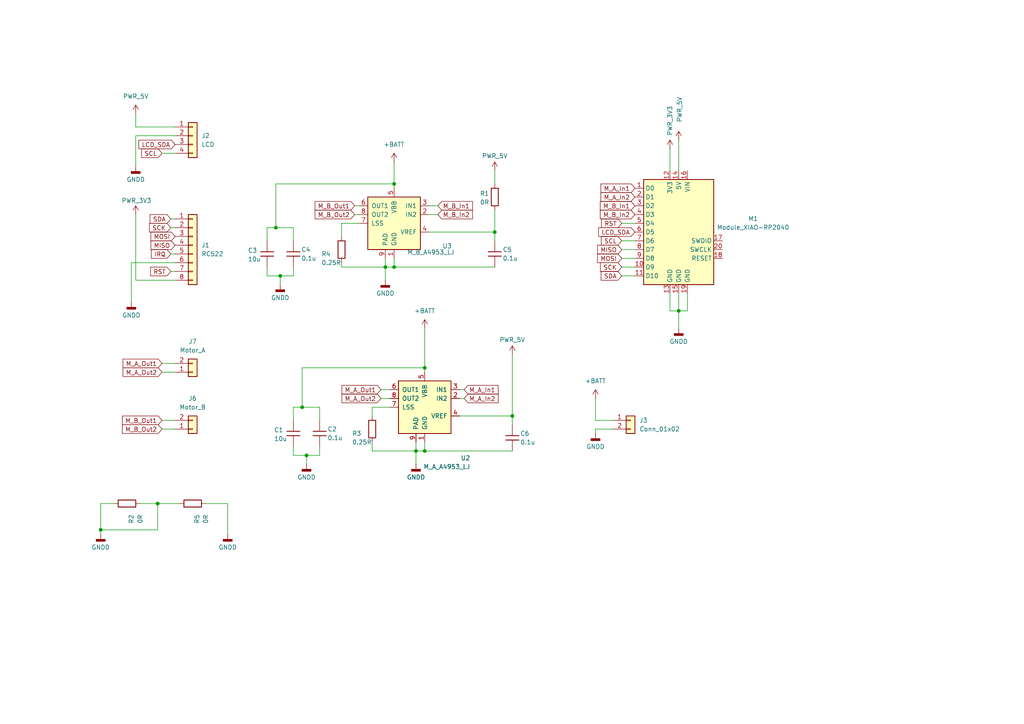
<source format=kicad_sch>
(kicad_sch (version 20250114) (generator "eeschema") (generator_version "9.0")
  (paper "A4")
  (lib_symbols
    (symbol "Connector_Generic:Conn_01x02" (pin_names (offset 1.016) (hide yes))
      (property "Reference" "J" (at 0 2.54 0))
      (property "Value" "Conn_01x02" (at 0 -5.08 0))
      (symbol "Conn_01x02_1_1"
        (rectangle (start -1.27 1.27) (end 1.27 -3.81) (stroke (width 0.254)) (fill (type background)))
        (rectangle (start -1.27 0.127) (end 0 -0.127) (stroke (width 0.1524)))
        (rectangle (start -1.27 -2.413) (end 0 -2.667) (stroke (width 0.1524)))
        (pin passive line (at -5.08 0 0) (length 3.81) (name "Pin_1") (number "1"))
        (pin passive line (at -5.08 -2.54 0) (length 3.81) (name "Pin_2") (number "2"))
      )
    )
    (symbol "Connector_Generic:Conn_01x04" (pin_names (offset 1.016) (hide yes))
      (property "Reference" "J" (at 0 5.08 0))
      (property "Value" "Conn_01x04" (at 0 -7.62 0))
      (symbol "Conn_01x04_1_1"
        (rectangle (start -1.27 3.81) (end 1.27 -6.35) (stroke (width 0.254)) (fill (type background)))
        (rectangle (start -1.27 2.667) (end 0 2.413) (stroke (width 0.1524)))
        (rectangle (start -1.27 0.127) (end 0 -0.127) (stroke (width 0.1524)))
        (rectangle (start -1.27 -2.413) (end 0 -2.667) (stroke (width 0.1524)))
        (rectangle (start -1.27 -4.953) (end 0 -5.207) (stroke (width 0.1524)))
        (pin passive line (at -5.08 2.54 0) (length 3.81) (name "Pin_1") (number "1"))
        (pin passive line (at -5.08 0 0) (length 3.81) (name "Pin_2") (number "2"))
        (pin passive line (at -5.08 -2.54 0) (length 3.81) (name "Pin_3") (number "3"))
        (pin passive line (at -5.08 -5.08 0) (length 3.81) (name "Pin_4") (number "4"))
      )
    )
    (symbol "Connector_Generic:Conn_01x08" (pin_names (offset 1.016) (hide yes))
      (property "Reference" "J" (at 0 10.16 0))
      (property "Value" "Conn_01x08" (at 0 -12.7 0))
      (symbol "Conn_01x08_1_1"
        (rectangle (start -1.27 8.89) (end 1.27 -11.43) (stroke (width 0.254)) (fill (type background)))
        (rectangle (start -1.27 7.747) (end 0 7.493) (stroke (width 0.1524)))
        (rectangle (start -1.27 5.207) (end 0 4.953) (stroke (width 0.1524)))
        (rectangle (start -1.27 2.667) (end 0 2.413) (stroke (width 0.1524)))
        (rectangle (start -1.27 0.127) (end 0 -0.127) (stroke (width 0.1524)))
        (rectangle (start -1.27 -2.413) (end 0 -2.667) (stroke (width 0.1524)))
        (rectangle (start -1.27 -4.953) (end 0 -5.207) (stroke (width 0.1524)))
        (rectangle (start -1.27 -7.493) (end 0 -7.747) (stroke (width 0.1524)))
        (rectangle (start -1.27 -10.033) (end 0 -10.287) (stroke (width 0.1524)))
        (pin passive line (at -5.08 7.62 0) (length 3.81) (name "Pin_1") (number "1"))
        (pin passive line (at -5.08 5.08 0) (length 3.81) (name "Pin_2") (number "2"))
        (pin passive line (at -5.08 2.54 0) (length 3.81) (name "Pin_3") (number "3"))
        (pin passive line (at -5.08 0 0) (length 3.81) (name "Pin_4") (number "4"))
        (pin passive line (at -5.08 -2.54 0) (length 3.81) (name "Pin_5") (number "5"))
        (pin passive line (at -5.08 -5.08 0) (length 3.81) (name "Pin_6") (number "6"))
        (pin passive line (at -5.08 -7.62 0) (length 3.81) (name "Pin_7") (number "7"))
        (pin passive line (at -5.08 -10.16 0) (length 3.81) (name "Pin_8") (number "8"))
      )
    )
    (symbol "Device:R" (pin_numbers (hide yes)) (pin_names (offset 0))
      (property "Reference" "R" (at 2.032 0 90))
      (property "Value" "R" (at 0 0 90))
      (symbol "R_0_1"
        (rectangle (start -1.016 -2.54) (end 1.016 2.54) (stroke (width 0.254)))
      )
      (symbol "R_1_1"
        (pin passive line (at 0 3.81 270) (length 1.27) (name "~") (number "1"))
        (pin passive line (at 0 -3.81 90) (length 1.27) (name "~") (number "2"))
      )
    )
    (symbol "Driver_Motor:A4953_LJ" (pin_names (offset 1.016))
      (property "Reference" "U" (at -7.62 8.89 0))
      (property "Value" "A4953_LJ" (at 5.08 8.89 0))
      (symbol "A4953_LJ_0_1"
        (rectangle (start -7.62 7.62) (end 7.62 -7.62) (stroke (width 0.254)) (fill (type background)))
      )
      (symbol "A4953_LJ_1_1"
        (pin input line (at -10.16 5.08 0) (length 2.54) (name "IN1") (number "3"))
        (pin input line (at -10.16 2.54 0) (length 2.54) (name "IN2") (number "2"))
        (pin passive line (at -10.16 -2.54 0) (length 2.54) (name "VREF") (number "4"))
        (pin power_in line (at 0 10.16 270) (length 2.54) (name "VBB") (number "5"))
        (pin power_in line (at 0 -10.16 90) (length 2.54) (name "GND") (number "1"))
        (pin power_in line (at 2.54 -10.16 90) (length 2.54) (name "PAD") (number "9"))
        (pin power_out line (at 10.16 5.08 180) (length 2.54) (name "OUT1") (number "6"))
        (pin power_out line (at 10.16 2.54 180) (length 2.54) (name "OUT2") (number "8"))
        (pin power_in line (at 10.16 0 180) (length 2.54) (name "LSS") (number "7"))
      )
    )
    (symbol "fab-kicad:C_1206" (pin_numbers (hide yes))
      (property "Reference" "C" (at 0.635 2.54 0))
      (property "Value" "C_1206" (at 0.635 -2.54 0))
      (symbol "C_1206_1_1"
        (polyline (pts (xy -1.905 0.635) (xy 1.905 0.635)) (stroke (width 0.25)))
        (polyline (pts (xy -1.905 -0.635) (xy 1.905 -0.635)) (stroke (width 0.25)))
        (pin passive line (at 0 3.81 270) (length 3.175) (name "~") (number "1"))
        (pin passive line (at 0 -3.81 90) (length 3.175) (name "~") (number "2"))
      )
    )
    (symbol "fab-kicad:Module_XIAO-RP2040"
      (property "Reference" "M" (at -10.16 16.51 0))
      (property "Value" "Module_XIAO-RP2040" (at 3.81 16.51 0))
      (symbol "Module_XIAO-RP2040_1_1"
        (rectangle (start -10.16 15.24) (end 10.16 -15.24) (stroke (width 0.254)) (fill (type background)))
        (pin bidirectional line (at -12.7 12.7 0) (length 2.54) (name "D0") (number "1"))
        (pin bidirectional line (at -12.7 10.16 0) (length 2.54) (name "D1") (number "2"))
        (pin bidirectional line (at -12.7 7.62 0) (length 2.54) (name "D2") (number "3"))
        (pin bidirectional line (at -12.7 5.08 0) (length 2.54) (name "D3") (number "4"))
        (pin bidirectional line (at -12.7 2.54 0) (length 2.54) (name "D4") (number "5"))
        (pin bidirectional line (at -12.7 0 0) (length 2.54) (name "D5") (number "6"))
        (pin bidirectional line (at -12.7 -2.54 0) (length 2.54) (name "D6") (number "7"))
        (pin bidirectional line (at -12.7 -5.08 0) (length 2.54) (name "D7") (number "8"))
        (pin bidirectional line (at -12.7 -7.62 0) (length 2.54) (name "D8") (number "9"))
        (pin bidirectional line (at -12.7 -10.16 0) (length 2.54) (name "D9") (number "10"))
        (pin bidirectional line (at -12.7 -12.7 0) (length 2.54) (name "D10") (number "11"))
        (pin power_in line (at -2.54 17.78 270) (length 2.54) (name "3V3") (number "12"))
        (pin power_in line (at -2.54 -17.78 90) (length 2.54) (name "GND") (number "13"))
        (pin power_in line (at 0 17.78 270) (length 2.54) (name "5V") (number "14"))
        (pin power_in line (at 0 -17.78 90) (length 2.54) (name "GND") (number "15"))
        (pin power_in line (at 2.54 17.78 270) (length 2.54) (name "VIN") (number "16"))
        (pin power_in line (at 2.54 -17.78 90) (length 2.54) (name "GND") (number "19"))
        (pin bidirectional line (at 12.7 -2.54 180) (length 2.54) (name "SWDIO") (number "17"))
        (pin input line (at 12.7 -5.08 180) (length 2.54) (name "SWCLK") (number "20"))
        (pin input line (at 12.7 -7.62 180) (length 2.54) (name "RESET") (number "18"))
      )
    )
    (symbol "fab-kicad:PWR_3V3" (power) (pin_names (offset 0))
      (property "Value" "PWR_3V3" (at 0 3.556 0))
      (symbol "PWR_3V3_0_1"
        (polyline (pts (xy -0.762 1.27) (xy 0 2.54)))
        (polyline (pts (xy 0 2.54) (xy 0.762 1.27)))
        (polyline (pts (xy 0 0) (xy 0 2.54)))
      )
      (symbol "PWR_3V3_1_1"
        (pin power_in line (at 0 0 90) (length 0) (hide yes) (name "PWR_3V3") (number "1"))
      )
    )
    (symbol "fab-kicad:PWR_5V" (power) (pin_names (offset 0))
      (property "Value" "PWR_5V" (at 0 3.556 0))
      (symbol "PWR_5V_0_1"
        (polyline (pts (xy -0.762 1.27) (xy 0 2.54)))
        (polyline (pts (xy 0 2.54) (xy 0.762 1.27)))
        (polyline (pts (xy 0 0) (xy 0 2.54)))
      )
      (symbol "PWR_5V_1_1"
        (pin power_in line (at 0 0 90) (length 0) (hide yes) (name "PWR_5V") (number "1"))
      )
    )
    (symbol "power:+BATT" (power) (pin_numbers (hide yes)) (pin_names (offset 0) (hide yes))
      (property "Value" "+BATT" (at 0 3.556 0))
      (symbol "+BATT_0_1"
        (polyline (pts (xy -0.762 1.27) (xy 0 2.54)))
        (polyline (pts (xy 0 2.54) (xy 0.762 1.27)))
        (polyline (pts (xy 0 0) (xy 0 2.54)))
      )
      (symbol "+BATT_1_1"
        (pin power_in line (at 0 0 90) (length 0) (name "~") (number "1"))
      )
    )
    (symbol "power:GNDD" (power) (pin_numbers (hide yes)) (pin_names (offset 0) (hide yes))
      (property "Value" "GNDD" (at 0 -3.175 0))
      (symbol "GNDD_0_1"
        (rectangle (start -1.27 -1.524) (end 1.27 -2.032) (stroke (width 0.254)) (fill (type outline)))
        (polyline (pts (xy 0 0) (xy 0 -1.524)))
      )
      (symbol "GNDD_1_1"
        (pin power_in line (at 0 0 270) (length 0) (name "~") (number "1"))
      )
    )
  )
  (junction (at 123.19 106.68))
  (junction (at 87.63 118.11))
  (junction (at 114.3 53.34))
  (junction (at 81.28 80.01))
  (junction (at 148.59 120.65))
  (junction (at 111.76 77.47))
  (junction (at 143.51 67.31))
  (junction (at 88.9 132.08))
  (junction (at 120.65 130.81))
  (junction (at 114.3 77.47))
  (junction (at 29.21 153.67))
  (junction (at 196.85 90.17))
  (junction (at 45.72 146.05))
  (junction (at 123.19 130.81))
  (junction (at 80.01 66.04))
  (wire (pts (xy 80.01 53.34) (xy 114.3 53.34)))
  (wire (pts (xy 172.72 125.73) (xy 172.72 124.46)))
  (wire (pts (xy 39.37 39.37) (xy 39.37 48.26)))
  (wire (pts (xy 40.64 146.05) (xy 45.72 146.05)))
  (wire (pts (xy 120.65 128.27) (xy 120.65 130.81)))
  (wire (pts (xy 133.35 120.65) (xy 148.59 120.65)))
  (wire (pts (xy 107.95 118.11) (xy 113.03 118.11)))
  (wire (pts (xy 99.06 77.47) (xy 111.76 77.47)))
  (wire (pts (xy 45.72 146.05) (xy 45.72 153.67)))
  (wire (pts (xy 180.34 64.77) (xy 184.15 64.77)))
  (wire (pts (xy 85.09 118.11) (xy 85.09 121.92)))
  (wire (pts (xy 77.47 80.01) (xy 81.28 80.01)))
  (wire (pts (xy 180.34 72.39) (xy 184.15 72.39)))
  (wire (pts (xy 180.34 77.47) (xy 184.15 77.47)))
  (wire (pts (xy 124.46 59.69) (xy 127 59.69)))
  (wire (pts (xy 148.59 102.87) (xy 148.59 120.65)))
  (wire (pts (xy 114.3 77.47) (xy 143.51 77.47)))
  (wire (pts (xy 88.9 132.08) (xy 92.71 132.08)))
  (wire (pts (xy 194.31 43.18) (xy 194.31 49.53)))
  (wire (pts (xy 39.37 36.83) (xy 39.37 33.02)))
  (wire (pts (xy 38.1 76.2) (xy 38.1 87.63)))
  (wire (pts (xy 143.51 49.53) (xy 143.51 53.34)))
  (wire (pts (xy 180.34 80.01) (xy 184.15 80.01)))
  (wire (pts (xy 66.04 146.05) (xy 66.04 154.94)))
  (wire (pts (xy 92.71 129.54) (xy 92.71 132.08)))
  (wire (pts (xy 123.19 95.25) (xy 123.19 106.68)))
  (wire (pts (xy 196.85 90.17) (xy 196.85 95.25)))
  (wire (pts (xy 77.47 66.04) (xy 77.47 69.85)))
  (wire (pts (xy 143.51 67.31) (xy 143.51 69.85)))
  (wire (pts (xy 29.21 153.67) (xy 29.21 146.05)))
  (wire (pts (xy 102.87 62.23) (xy 104.14 62.23)))
  (wire (pts (xy 180.34 74.93) (xy 184.15 74.93)))
  (wire (pts (xy 107.95 130.81) (xy 120.65 130.81)))
  (wire (pts (xy 39.37 81.28) (xy 39.37 62.23)))
  (wire (pts (xy 99.06 64.77) (xy 99.06 68.58)))
  (wire (pts (xy 29.21 146.05) (xy 33.02 146.05)))
  (wire (pts (xy 80.01 66.04) (xy 85.09 66.04)))
  (wire (pts (xy 194.31 90.17) (xy 196.85 90.17)))
  (wire (pts (xy 38.1 76.2) (xy 50.8 76.2)))
  (wire (pts (xy 111.76 74.93) (xy 111.76 77.47)))
  (wire (pts (xy 46.99 121.92) (xy 50.8 121.92)))
  (wire (pts (xy 81.28 80.01) (xy 85.09 80.01)))
  (wire (pts (xy 46.99 107.95) (xy 50.8 107.95)))
  (wire (pts (xy 196.85 40.64) (xy 196.85 49.53)))
  (wire (pts (xy 123.19 130.81) (xy 123.19 128.27)))
  (wire (pts (xy 194.31 85.09) (xy 194.31 90.17)))
  (wire (pts (xy 85.09 77.47) (xy 85.09 80.01)))
  (wire (pts (xy 77.47 77.47) (xy 77.47 80.01)))
  (wire (pts (xy 123.19 130.81) (xy 148.59 130.81)))
  (wire (pts (xy 114.3 77.47) (xy 114.3 74.93)))
  (wire (pts (xy 87.63 118.11) (xy 87.63 106.68)))
  (wire (pts (xy 111.76 77.47) (xy 111.76 81.28)))
  (wire (pts (xy 99.06 76.2) (xy 99.06 77.47)))
  (wire (pts (xy 180.34 69.85) (xy 184.15 69.85)))
  (wire (pts (xy 29.21 154.94) (xy 29.21 153.67)))
  (wire (pts (xy 85.09 129.54) (xy 85.09 132.08)))
  (wire (pts (xy 133.35 113.03) (xy 134.62 113.03)))
  (wire (pts (xy 85.09 118.11) (xy 87.63 118.11)))
  (wire (pts (xy 39.37 81.28) (xy 50.8 81.28)))
  (wire (pts (xy 49.53 73.66) (xy 50.8 73.66)))
  (wire (pts (xy 49.53 66.04) (xy 50.8 66.04)))
  (wire (pts (xy 110.49 115.57) (xy 113.03 115.57)))
  (wire (pts (xy 77.47 66.04) (xy 80.01 66.04)))
  (wire (pts (xy 110.49 113.03) (xy 113.03 113.03)))
  (wire (pts (xy 85.09 132.08) (xy 88.9 132.08)))
  (wire (pts (xy 45.72 153.67) (xy 29.21 153.67)))
  (wire (pts (xy 87.63 118.11) (xy 92.71 118.11)))
  (wire (pts (xy 124.46 62.23) (xy 127 62.23)))
  (wire (pts (xy 196.85 90.17) (xy 199.39 90.17)))
  (wire (pts (xy 107.95 118.11) (xy 107.95 120.65)))
  (wire (pts (xy 102.87 59.69) (xy 104.14 59.69)))
  (wire (pts (xy 46.99 44.45) (xy 50.8 44.45)))
  (wire (pts (xy 99.06 64.77) (xy 104.14 64.77)))
  (wire (pts (xy 88.9 132.08) (xy 88.9 134.62)))
  (wire (pts (xy 81.28 80.01) (xy 81.28 82.55)))
  (wire (pts (xy 46.99 105.41) (xy 50.8 105.41)))
  (wire (pts (xy 148.59 120.65) (xy 148.59 123.19)))
  (wire (pts (xy 39.37 39.37) (xy 50.8 39.37)))
  (wire (pts (xy 172.72 121.92) (xy 177.8 121.92)))
  (wire (pts (xy 143.51 60.96) (xy 143.51 67.31)))
  (wire (pts (xy 92.71 121.92) (xy 92.71 118.11)))
  (wire (pts (xy 120.65 130.81) (xy 123.19 130.81)))
  (wire (pts (xy 46.99 124.46) (xy 50.8 124.46)))
  (wire (pts (xy 196.85 85.09) (xy 196.85 90.17)))
  (wire (pts (xy 49.53 63.5) (xy 50.8 63.5)))
  (wire (pts (xy 124.46 67.31) (xy 143.51 67.31)))
  (wire (pts (xy 134.62 115.57) (xy 133.35 115.57)))
  (wire (pts (xy 114.3 46.99) (xy 114.3 53.34)))
  (wire (pts (xy 111.76 77.47) (xy 114.3 77.47)))
  (wire (pts (xy 107.95 128.27) (xy 107.95 130.81)))
  (wire (pts (xy 172.72 124.46) (xy 177.8 124.46)))
  (wire (pts (xy 114.3 53.34) (xy 114.3 54.61)))
  (wire (pts (xy 85.09 69.85) (xy 85.09 66.04)))
  (wire (pts (xy 120.65 130.81) (xy 120.65 134.62)))
  (wire (pts (xy 172.72 115.57) (xy 172.72 121.92)))
  (wire (pts (xy 59.69 146.05) (xy 66.04 146.05)))
  (wire (pts (xy 45.72 146.05) (xy 52.07 146.05)))
  (wire (pts (xy 123.19 106.68) (xy 123.19 107.95)))
  (wire (pts (xy 49.53 78.74) (xy 50.8 78.74)))
  (wire (pts (xy 199.39 90.17) (xy 199.39 85.09)))
  (wire (pts (xy 80.01 53.34) (xy 80.01 66.04)))
  (wire (pts (xy 87.63 106.68) (xy 123.19 106.68)))
  (wire (pts (xy 39.37 36.83) (xy 50.8 36.83)))
  (global_label "IRQ" (shape input) (at 49.53 73.66 180) (property "Intersheetrefs" "${INTERSHEET_REFS}" (effects (hide yes))))
  (global_label "M_B_Out2" (shape input) (at 46.99 124.46 180) (property "Intersheetrefs" "${INTERSHEET_REFS}" (effects (hide yes))))
  (global_label "SDA" (shape input) (at 180.34 80.01 180) (property "Intersheetrefs" "${INTERSHEET_REFS}" (effects (hide yes))))
  (global_label "M_B_In1" (shape input) (at 127 59.69 0) (property "Intersheetrefs" "${INTERSHEET_REFS}" (effects (hide yes))))
  (global_label "M_B_Out1" (shape input) (at 102.87 59.69 180) (property "Intersheetrefs" "${INTERSHEET_REFS}" (effects (hide yes))))
  (global_label "MOSI" (shape input) (at 50.8 68.58 180) (property "Intersheetrefs" "${INTERSHEET_REFS}" (effects (hide yes))))
  (global_label "LCD_SDA" (shape input) (at 50.8 41.91 180) (property "Intersheetrefs" "${INTERSHEET_REFS}" (effects (hide yes))))
  (global_label "M_B_Out1" (shape input) (at 46.99 121.92 180) (property "Intersheetrefs" "${INTERSHEET_REFS}" (effects (hide yes))))
  (global_label "M_A_In1" (shape input) (at 184.15 54.61 180) (property "Intersheetrefs" "${INTERSHEET_REFS}" (effects (hide yes))))
  (global_label "SCK" (shape input) (at 180.34 77.47 180) (property "Intersheetrefs" "${INTERSHEET_REFS}" (effects (hide yes))))
  (global_label "M_A_In2" (shape input) (at 134.62 115.57 0) (property "Intersheetrefs" "${INTERSHEET_REFS}" (effects (hide yes))))
  (global_label "MOSI" (shape input) (at 180.34 74.93 180) (property "Intersheetrefs" "${INTERSHEET_REFS}" (effects (hide yes))))
  (global_label "M_A_Out1" (shape input) (at 46.99 105.41 180) (property "Intersheetrefs" "${INTERSHEET_REFS}" (effects (hide yes))))
  (global_label "M_A_Out1" (shape input) (at 110.49 113.03 180) (property "Intersheetrefs" "${INTERSHEET_REFS}" (effects (hide yes))))
  (global_label "MISO" (shape input) (at 50.8 71.12 180) (property "Intersheetrefs" "${INTERSHEET_REFS}" (effects (hide yes))))
  (global_label "SDA" (shape input) (at 49.53 63.5 180) (property "Intersheetrefs" "${INTERSHEET_REFS}" (effects (hide yes))))
  (global_label "M_B_Out2" (shape input) (at 102.87 62.23 180) (property "Intersheetrefs" "${INTERSHEET_REFS}" (effects (hide yes))))
  (global_label "RST" (shape input) (at 180.34 64.77 180) (property "Intersheetrefs" "${INTERSHEET_REFS}" (effects (hide yes))))
  (global_label "SCL" (shape input) (at 46.99 44.45 180) (property "Intersheetrefs" "${INTERSHEET_REFS}" (effects (hide yes))))
  (global_label "SCK" (shape input) (at 49.53 66.04 180) (property "Intersheetrefs" "${INTERSHEET_REFS}" (effects (hide yes))))
  (global_label "M_B_In2" (shape input) (at 127 62.23 0) (property "Intersheetrefs" "${INTERSHEET_REFS}" (effects (hide yes))))
  (global_label "M_A_Out2" (shape input) (at 46.99 107.95 180) (property "Intersheetrefs" "${INTERSHEET_REFS}" (effects (hide yes))))
  (global_label "MISO" (shape input) (at 180.34 72.39 180) (property "Intersheetrefs" "${INTERSHEET_REFS}" (effects (hide yes))))
  (global_label "SCL" (shape input) (at 180.34 69.85 180) (property "Intersheetrefs" "${INTERSHEET_REFS}" (effects (hide yes))))
  (global_label "LCD_SDA" (shape input) (at 184.15 67.31 180) (property "Intersheetrefs" "${INTERSHEET_REFS}" (effects (hide yes))))
  (global_label "M_B_In2" (shape input) (at 184.15 62.23 180) (property "Intersheetrefs" "${INTERSHEET_REFS}" (effects (hide yes))))
  (global_label "M_B_In1" (shape input) (at 184.15 59.69 180) (property "Intersheetrefs" "${INTERSHEET_REFS}" (effects (hide yes))))
  (global_label "M_A_Out2" (shape input) (at 110.49 115.57 180) (property "Intersheetrefs" "${INTERSHEET_REFS}" (effects (hide yes))))
  (global_label "RST" (shape input) (at 49.53 78.74 180) (property "Intersheetrefs" "${INTERSHEET_REFS}" (effects (hide yes))))
  (global_label "M_A_In1" (shape input) (at 134.62 113.03 0) (property "Intersheetrefs" "${INTERSHEET_REFS}" (effects (hide yes))))
  (global_label "M_A_In2" (shape input) (at 184.15 57.15 180) (property "Intersheetrefs" "${INTERSHEET_REFS}" (effects (hide yes))))
  (symbol (lib_id "Connector_Generic:Conn_01x02") (at 55.88 107.95 0) (mirror x) (unit 1)
    (property "Reference" "J7" (at 55.88 99.06 0))
    (property "Value" "Motor_A" (at 55.88 101.6 0))
    (property "Footprint" "Connector_PinHeader_2.54mm:PinHeader_1x02_P2.54mm_Vertical" (effects (hide yes)))
    (property "Description" "Generic connector, single row, 01x02, script generated (kicad-library-utils/schlib/autogen/connector/)" (effects (hide yes)))
  )
  (symbol (lib_id "fab-kicad:PWR_3V3") (at 194.31 43.18 0) (mirror y) (unit 1)
    (property "Reference" "#PWR09" (effects (hide yes)))
    (property "Value" "PWR_3V3" (at 194.3101 39.37 90) (effects (justify left)))
    (property "Description" "Power symbol creates a global label with name \"+3V3\"" (effects (hide yes)))
  )
  (symbol (lib_id "Connector_Generic:Conn_01x02") (at 182.88 121.92 0) (unit 1)
    (property "Reference" "J3" (at 185.42 121.9199 0) (effects (justify left)))
    (property "Value" "Conn_01x02" (at 185.42 124.4599 0) (effects (justify left)))
    (property "Footprint" "Connector_PinHeader_2.54mm:PinHeader_1x02_P2.54mm_Vertical" (effects (hide yes)))
    (property "Description" "Generic connector, single row, 01x02, script generated (kicad-library-utils/schlib/autogen/connector/)" (effects (hide yes)))
  )
  (symbol (lib_id "fab-kicad:PWR_3V3") (at 39.37 62.23 0) (mirror y) (unit 1)
    (property "Reference" "#PWR011" (effects (hide yes)))
    (property "Value" "PWR_3V3" (at 43.942 58.166 0) (effects (justify left)))
    (property "Description" "Power symbol creates a global label with name \"+3V3\"" (effects (hide yes)))
  )
  (symbol (lib_id "Connector_Generic:Conn_01x04") (at 55.88 39.37 0) (unit 1)
    (property "Reference" "J2" (at 58.42 39.3699 0) (effects (justify left)))
    (property "Value" "LCD" (at 58.42 41.9099 0) (effects (justify left)))
    (property "Footprint" "Connector_PinHeader_2.54mm:PinHeader_1x04_P2.54mm_Vertical" (effects (hide yes)))
    (property "Description" "Generic connector, single row, 01x04, script generated (kicad-library-utils/schlib/autogen/connector/)" (effects (hide yes)))
  )
  (symbol (lib_id "Driver_Motor:A4953_LJ") (at 123.19 118.11 0) (mirror y) (unit 1)
    (property "Reference" "U2" (at 136.398 132.842 0) (effects (justify left)))
    (property "Value" "M_A_A4953_LJ" (at 136.398 135.382 0) (effects (justify left)))
    (property "Footprint" "Package_SO:SOIC-8-1EP_3.9x4.9mm_P1.27mm_EP2.41x3.3mm" (effects (hide yes)))
    (property "Datasheet" "www.allegromicro.com/~/media/Files/Datasheets/A4952-3-Datasheet.ashx?la=en" (effects (hide yes)))
    (property "Description" "Full-Bridge, DMOS PWM, Motor Driver, 40V, 2A, SOIC-8" (effects (hide yes)))
  )
  (symbol (lib_id "Device:R") (at 99.06 72.39 0) (unit 1)
    (property "Reference" "R4" (at 93.218 73.66 0) (effects (justify left)))
    (property "Value" "0.25R" (at 93.218 76.2 0) (effects (justify left)))
    (property "Footprint" "Resistor_SMD:R_2010_5025Metric" (effects (hide yes)))
    (property "Description" "Resistor" (effects (hide yes)))
  )
  (symbol (lib_id "Device:R") (at 36.83 146.05 90) (unit 1)
    (property "Reference" "R2" (at 38.1 151.892 0) (effects (justify left)))
    (property "Value" "0R" (at 40.64 151.892 0) (effects (justify left)))
    (property "Footprint" "PCM_fab:R_1206" (effects (hide yes)))
    (property "Description" "Resistor" (effects (hide yes)))
  )
  (symbol (lib_id "fab-kicad:PWR_5V") (at 148.59 102.87 0) (mirror y) (unit 1)
    (property "Reference" "#PWR013" (effects (hide yes)))
    (property "Value" "PWR_5V" (at 148.59 98.552 0))
    (property "Description" "Power symbol creates a global label with name \"+5V\"" (effects (hide yes)))
  )
  (symbol (lib_id "power:GNDD") (at 39.37 48.26 0) (mirror y) (unit 1)
    (property "Reference" "#PWR06" (effects (hide yes)))
    (property "Value" "GNDD" (at 39.37 52.07 0))
    (property "Description" "Power symbol creates a global label with name \"GNDD\" , digital ground" (effects (hide yes)))
  )
  (symbol (lib_id "power:GNDD") (at 172.72 125.73 0) (unit 1)
    (property "Reference" "#PWR07" (effects (hide yes)))
    (property "Value" "GNDD" (at 172.72 129.54 0))
    (property "Description" "Power symbol creates a global label with name \"GNDD\" , digital ground" (effects (hide yes)))
  )
  (symbol (lib_id "Connector_Generic:Conn_01x02") (at 55.88 124.46 0) (mirror x) (unit 1)
    (property "Reference" "J6" (at 55.88 115.57 0))
    (property "Value" "Motor_B" (at 55.88 118.11 0))
    (property "Footprint" "Connector_PinHeader_2.54mm:PinHeader_1x02_P2.54mm_Vertical" (effects (hide yes)))
    (property "Description" "Generic connector, single row, 01x02, script generated (kicad-library-utils/schlib/autogen/connector/)" (effects (hide yes)))
  )
  (symbol (lib_id "power:GNDD") (at 120.65 134.62 0) (unit 1)
    (property "Reference" "#PWR015" (effects (hide yes)))
    (property "Value" "GNDD" (at 120.65 138.43 0))
    (property "Description" "Power symbol creates a global label with name \"GNDD\" , digital ground" (effects (hide yes)))
  )
  (symbol (lib_id "fab-kicad:PWR_5V") (at 143.51 49.53 0) (mirror y) (unit 1)
    (property "Reference" "#PWR012" (effects (hide yes)))
    (property "Value" "PWR_5V" (at 143.51 45.212 0))
    (property "Description" "Power symbol creates a global label with name \"+5V\"" (effects (hide yes)))
  )
  (symbol (lib_id "fab-kicad:C_1206") (at 148.59 127 0) (unit 1)
    (property "Reference" "C6" (at 150.876 125.73 0) (effects (justify left)))
    (property "Value" "0.1u" (at 150.876 128.27 0) (effects (justify left)))
    (property "Footprint" "PCM_fab:C_1206" (effects (hide yes)))
    (property "Datasheet" "https://www.yageo.com/upload/media/product/productsearch/datasheet/mlcc/UPY-GP_NP0_16V-to-50V_18.pdf" (effects (hide yes)))
    (property "Description" "Unpolarized capacitor, SMD, 1206" (effects (hide yes)))
  )
  (symbol (lib_id "fab-kicad:PWR_5V") (at 196.85 40.64 0) (unit 1)
    (property "Reference" "#PWR03" (effects (hide yes)))
    (property "Value" "PWR_5V" (at 197.104 31.75 90))
    (property "Description" "Power symbol creates a global label with name \"+5V\"" (effects (hide yes)))
  )
  (symbol (lib_id "power:GNDD") (at 81.28 82.55 0) (unit 1)
    (property "Reference" "#PWR04" (effects (hide yes)))
    (property "Value" "GNDD" (at 81.28 86.36 0))
    (property "Description" "Power symbol creates a global label with name \"GNDD\" , digital ground" (effects (hide yes)))
  )
  (symbol (lib_id "fab-kicad:Module_XIAO-RP2040") (at 196.85 67.31 0) (unit 1)
    (property "Reference" "M1" (at 218.44 63.4298 0))
    (property "Value" "Module_XIAO-RP2040" (at 218.44 65.9698 0))
    (property "Footprint" "PCM_fab:SeeedStudio_XIAO_RP2040" (effects (hide yes)))
    (property "Datasheet" "https://wiki.seeedstudio.com/XIAO-RP2040/" (effects (hide yes)))
    (property "Description" "RP2040 XIAO RP2040 - ARM® Dual-Core Cortex®-M0+ MCU 32-Bit Embedded Evaluation Board" (effects (hide yes)))
  )
  (symbol (lib_id "fab-kicad:C_1206") (at 143.51 73.66 0) (unit 1)
    (property "Reference" "C5" (at 145.796 72.39 0) (effects (justify left)))
    (property "Value" "0.1u" (at 145.796 74.93 0) (effects (justify left)))
    (property "Footprint" "PCM_fab:C_1206" (effects (hide yes)))
    (property "Datasheet" "https://www.yageo.com/upload/media/product/productsearch/datasheet/mlcc/UPY-GP_NP0_16V-to-50V_18.pdf" (effects (hide yes)))
    (property "Description" "Unpolarized capacitor, SMD, 1206" (effects (hide yes)))
  )
  (symbol (lib_id "Device:R") (at 107.95 124.46 0) (unit 1)
    (property "Reference" "R3" (at 102.108 125.73 0) (effects (justify left)))
    (property "Value" "0.25R" (at 102.108 128.27 0) (effects (justify left)))
    (property "Footprint" "Resistor_SMD:R_2010_5025Metric" (effects (hide yes)))
    (property "Description" "Resistor" (effects (hide yes)))
  )
  (symbol (lib_id "power:GNDD") (at 66.04 154.94 0) (unit 1)
    (property "Reference" "#PWR020" (effects (hide yes)))
    (property "Value" "GNDD" (at 66.04 158.75 0))
    (property "Description" "Power symbol creates a global label with name \"GNDD\" , digital ground" (effects (hide yes)))
  )
  (symbol (lib_id "Driver_Motor:A4953_LJ") (at 114.3 64.77 0) (mirror y) (unit 1)
    (property "Reference" "U3" (at 131.064 71.374 0) (effects (justify left)))
    (property "Value" "M_B_A4953_LJ" (at 131.826 73.152 0) (effects (justify left)))
    (property "Footprint" "Package_SO:SOIC-8-1EP_3.9x4.9mm_P1.27mm_EP2.41x3.3mm" (effects (hide yes)))
    (property "Datasheet" "www.allegromicro.com/~/media/Files/Datasheets/A4952-3-Datasheet.ashx?la=en" (effects (hide yes)))
    (property "Description" "Full-Bridge, DMOS PWM, Motor Driver, 40V, 2A, SOIC-8" (effects (hide yes)))
  )
  (symbol (lib_id "power:+BATT") (at 114.3 46.99 0) (unit 1)
    (property "Reference" "#PWR016" (effects (hide yes)))
    (property "Value" "+BATT" (at 114.3 41.91 0))
    (property "Description" "Power symbol creates a global label with name \"+BATT\"" (effects (hide yes)))
  )
  (symbol (lib_id "power:GNDD") (at 196.85 95.25 0) (unit 1)
    (property "Reference" "#PWR01" (effects (hide yes)))
    (property "Value" "GNDD" (at 196.85 99.06 0))
    (property "Description" "Power symbol creates a global label with name \"GNDD\" , digital ground" (effects (hide yes)))
  )
  (symbol (lib_id "Connector_Generic:Conn_01x08") (at 55.88 71.12 0) (unit 1)
    (property "Reference" "J1" (at 58.42 71.1199 0) (effects (justify left)))
    (property "Value" "RC522" (at 58.42 73.6599 0) (effects (justify left)))
    (property "Footprint" "Connector_PinHeader_2.54mm:PinHeader_1x08_P2.54mm_Vertical" (effects (hide yes)))
    (property "Description" "Generic connector, single row, 01x08, script generated (kicad-library-utils/schlib/autogen/connector/)" (effects (hide yes)))
  )
  (symbol (lib_id "Device:R") (at 55.88 146.05 90) (unit 1)
    (property "Reference" "R5" (at 57.15 151.892 0) (effects (justify left)))
    (property "Value" "0R" (at 59.69 151.892 0) (effects (justify left)))
    (property "Footprint" "PCM_fab:R_1206" (effects (hide yes)))
    (property "Description" "Resistor" (effects (hide yes)))
  )
  (symbol (lib_id "power:GNDD") (at 38.1 87.63 0) (mirror y) (unit 1)
    (property "Reference" "#PWR05" (effects (hide yes)))
    (property "Value" "GNDD" (at 38.1 91.44 0))
    (property "Description" "Power symbol creates a global label with name \"GNDD\" , digital ground" (effects (hide yes)))
  )
  (symbol (lib_id "fab-kicad:C_1206") (at 77.47 73.66 0) (unit 1)
    (property "Reference" "C3" (at 71.882 72.644 0) (effects (justify left)))
    (property "Value" "10u" (at 71.882 75.184 0) (effects (justify left)))
    (property "Footprint" "PCM_fab:C_1206" (effects (hide yes)))
    (property "Datasheet" "https://www.yageo.com/upload/media/product/productsearch/datasheet/mlcc/UPY-GP_NP0_16V-to-50V_18.pdf" (effects (hide yes)))
    (property "Description" "Unpolarized capacitor, SMD, 1206" (effects (hide yes)))
  )
  (symbol (lib_id "fab-kicad:C_1206") (at 85.09 73.66 0) (unit 1)
    (property "Reference" "C4" (at 87.376 72.39 0) (effects (justify left)))
    (property "Value" "0.1u" (at 87.376 74.93 0) (effects (justify left)))
    (property "Footprint" "PCM_fab:C_1206" (effects (hide yes)))
    (property "Datasheet" "https://www.yageo.com/upload/media/product/productsearch/datasheet/mlcc/UPY-GP_NP0_16V-to-50V_18.pdf" (effects (hide yes)))
    (property "Description" "Unpolarized capacitor, SMD, 1206" (effects (hide yes)))
  )
  (symbol (lib_id "power:GNDD") (at 29.21 154.94 0) (unit 1)
    (property "Reference" "#PWR018" (effects (hide yes)))
    (property "Value" "GNDD" (at 29.21 158.75 0))
    (property "Description" "Power symbol creates a global label with name \"GNDD\" , digital ground" (effects (hide yes)))
  )
  (symbol (lib_id "fab-kicad:PWR_5V") (at 39.37 33.02 0) (mirror y) (unit 1)
    (property "Reference" "#PWR08" (effects (hide yes)))
    (property "Value" "PWR_5V" (at 39.37 27.94 0))
    (property "Description" "Power symbol creates a global label with name \"+5V\"" (effects (hide yes)))
  )
  (symbol (lib_id "Device:R") (at 143.51 57.15 0) (unit 1)
    (property "Reference" "R1" (at 139.192 56.134 0) (effects (justify left)))
    (property "Value" "0R" (at 139.192 58.674 0) (effects (justify left)))
    (property "Footprint" "PCM_fab:R_1206" (effects (hide yes)))
    (property "Description" "Resistor" (effects (hide yes)))
  )
  (symbol (lib_id "power:+BATT") (at 123.19 95.25 0) (unit 1)
    (property "Reference" "#PWR017" (effects (hide yes)))
    (property "Value" "+BATT" (at 123.19 90.17 0))
    (property "Description" "Power symbol creates a global label with name \"+BATT\"" (effects (hide yes)))
  )
  (symbol (lib_id "power:+BATT") (at 172.72 115.57 0) (unit 1)
    (property "Reference" "#PWR010" (effects (hide yes)))
    (property "Value" "+BATT" (at 172.72 110.49 0))
    (property "Description" "Power symbol creates a global label with name \"+BATT\"" (effects (hide yes)))
  )
  (symbol (lib_id "power:GNDD") (at 88.9 134.62 0) (unit 1)
    (property "Reference" "#PWR02" (effects (hide yes)))
    (property "Value" "GNDD" (at 88.9 138.43 0))
    (property "Description" "Power symbol creates a global label with name \"GNDD\" , digital ground" (effects (hide yes)))
  )
  (symbol (lib_id "fab-kicad:C_1206") (at 92.71 125.73 0) (unit 1)
    (property "Reference" "C2" (at 94.996 124.46 0) (effects (justify left)))
    (property "Value" "0.1u" (at 94.996 127 0) (effects (justify left)))
    (property "Footprint" "PCM_fab:C_1206" (effects (hide yes)))
    (property "Datasheet" "https://www.yageo.com/upload/media/product/productsearch/datasheet/mlcc/UPY-GP_NP0_16V-to-50V_18.pdf" (effects (hide yes)))
    (property "Description" "Unpolarized capacitor, SMD, 1206" (effects (hide yes)))
  )
  (symbol (lib_id "fab-kicad:C_1206") (at 85.09 125.73 0) (unit 1)
    (property "Reference" "C1" (at 79.502 124.714 0) (effects (justify left)))
    (property "Value" "10u" (at 79.502 127.254 0) (effects (justify left)))
    (property "Footprint" "PCM_fab:C_1206" (effects (hide yes)))
    (property "Datasheet" "https://www.yageo.com/upload/media/product/productsearch/datasheet/mlcc/UPY-GP_NP0_16V-to-50V_18.pdf" (effects (hide yes)))
    (property "Description" "Unpolarized capacitor, SMD, 1206" (effects (hide yes)))
  )
  (symbol (lib_id "power:GNDD") (at 111.76 81.28 0) (unit 1)
    (property "Reference" "#PWR014" (effects (hide yes)))
    (property "Value" "GNDD" (at 111.76 85.09 0))
    (property "Description" "Power symbol creates a global label with name \"GNDD\" , digital ground" (effects (hide yes)))
  )
)
</source>
